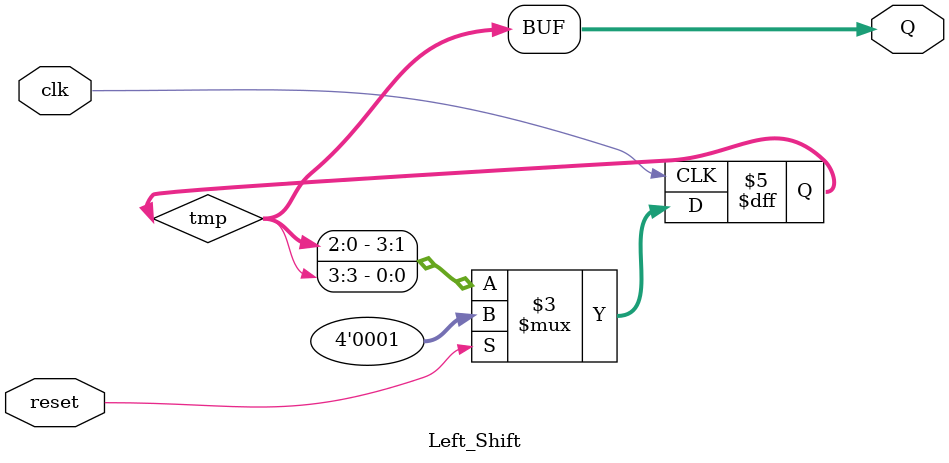
<source format=v>
`timescale 1ns / 1ps

module Left_Shift(
    input clk,
    input reset,
    output [3:0] Q
    );
 reg [3:0] tmp;
 
always @(posedge clk)
begin
if(reset)
tmp<=4'b0001;
else 
tmp<= {tmp[2:0],tmp[3]};           //left shifitng operation
end
assign Q=tmp;
endmodule

</source>
